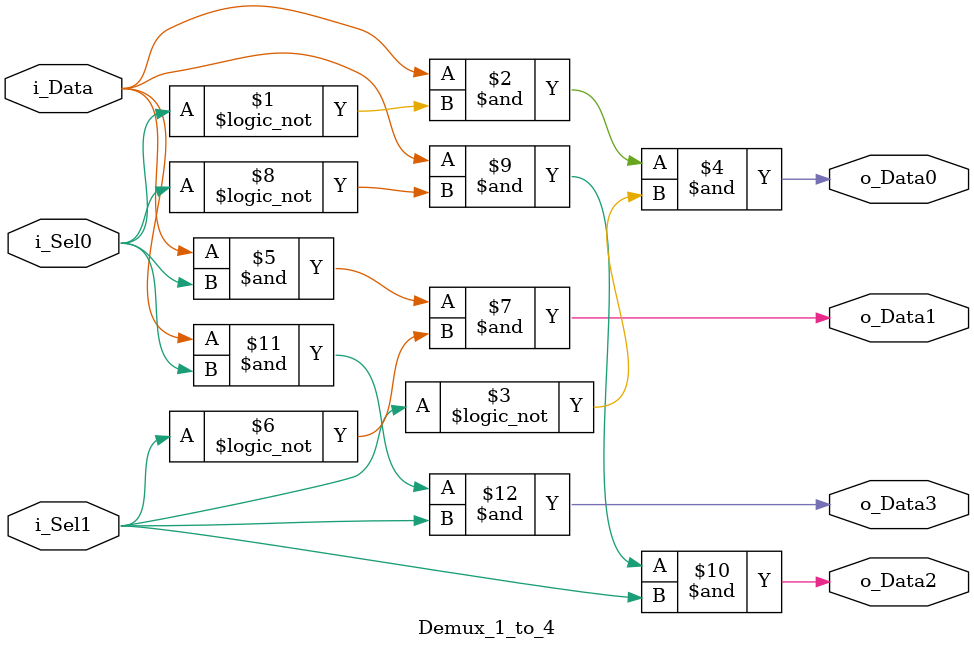
<source format=v>
module Demux_1_to_4(
  input i_Data,
  input i_Sel0,
  input i_Sel1,
  output o_Data0,
  output o_Data1,
  output o_Data2,
  output o_Data3
);
  assign o_Data0 = i_Data & !i_Sel0 & !i_Sel1;
  assign o_Data1 = i_Data & i_Sel0 & !i_Sel1;
  assign o_Data2 = i_Data & !i_Sel0 & i_Sel1;
  assign o_Data3 = i_Data & i_Sel0 & i_Sel1;
endmodule

</source>
